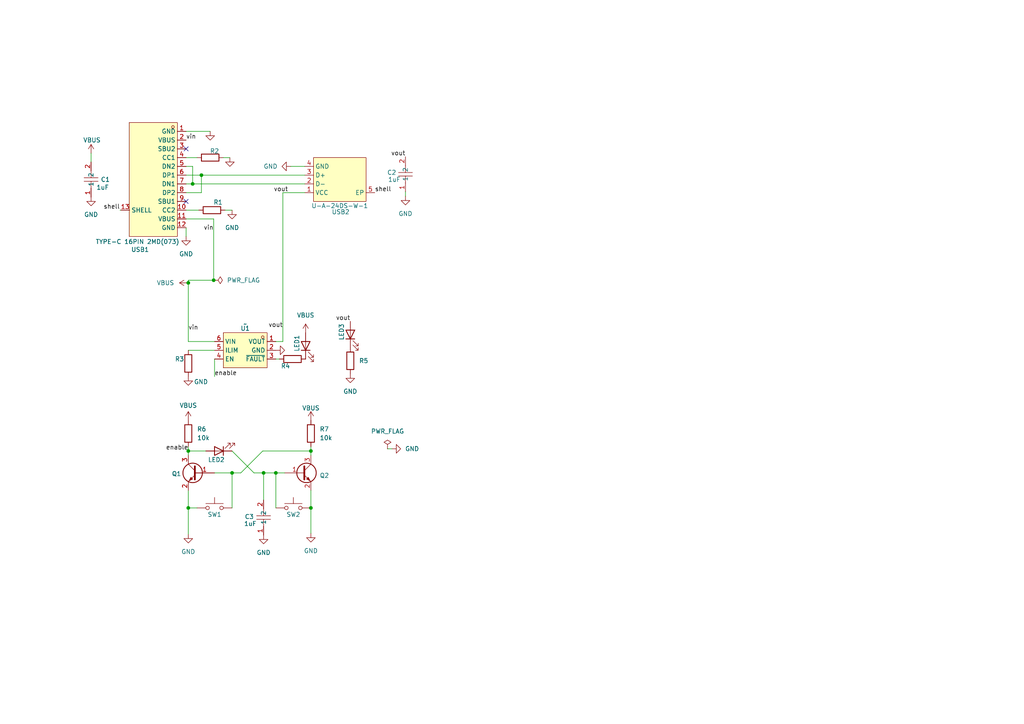
<source format=kicad_sch>
(kicad_sch (version 20230121) (generator eeschema)
  (paper "A4")
  (lib_symbols
    (symbol "0syeda2kicad:c22u25V"
      (property "Reference" "C" (at 0 5.08 0))
      (property "Value" "22uF 25V" (at 0 -5.08 0))
      (symbol "c22u25V_0_1"
        (polyline (pts (xy -0.51 -2.03) (xy -0.51 2.03)))
        (polyline (pts (xy -0.51 0) (xy -2.54 0)))
        (polyline (pts (xy 0.51 2.03) (xy 0.51 -2.03)))
        (polyline (pts (xy 2.54 0) (xy 0.51 0)))
        (pin unspecified line (at -5.08 0 0) (length 2.54) (name "1") (number "1"))
        (pin unspecified line (at 5.08 0 180) (length 2.54) (name "2") (number "2"))
      )
    )
    (symbol "Device:LED" (pin_numbers hide) (pin_names (offset 1.016) hide)
      (property "Reference" "D" (at 0 2.54 0))
      (property "Value" "LED" (at 0 -2.54 0))
      (symbol "LED_0_1"
        (polyline (pts (xy -1.27 -1.27) (xy -1.27 1.27)) (stroke (width 0.254)))
        (polyline (pts (xy -1.27 0) (xy 1.27 0)))
        (polyline (pts (xy 1.27 -1.27) (xy 1.27 1.27) (xy -1.27 0) (xy 1.27 -1.27)) (stroke (width 0.254)))
        (polyline (pts (xy -3.048 -0.762) (xy -4.572 -2.286) (xy -3.81 -2.286) (xy -4.572 -2.286) (xy -4.572 -1.524)))
        (polyline (pts (xy -1.778 -0.762) (xy -3.302 -2.286) (xy -2.54 -2.286) (xy -3.302 -2.286) (xy -3.302 -1.524)))
      )
      (symbol "LED_1_1"
        (pin passive line (at -3.81 0 0) (length 2.54) (name "K") (number "1"))
        (pin passive line (at 3.81 0 180) (length 2.54) (name "A") (number "2"))
      )
    )
    (symbol "Device:R" (pin_numbers hide) (pin_names (offset 0))
      (property "Reference" "R" (at 2.032 0 90))
      (property "Value" "R" (at 0 0 90))
      (symbol "R_0_1"
        (rectangle (start -1.016 -2.54) (end 1.016 2.54) (stroke (width 0.254)))
      )
      (symbol "R_1_1"
        (pin passive line (at 0 3.81 270) (length 1.27) (name "~") (number "1"))
        (pin passive line (at 0 -3.81 90) (length 1.27) (name "~") (number "2"))
      )
    )
    (symbol "Switch:SW_Push" (pin_numbers hide) (pin_names (offset 1.016) hide)
      (property "Reference" "SW" (at 1.27 2.54 0))
      (property "Value" "SW_Push" (at 0 -1.524 0))
      (symbol "SW_Push_0_1"
        (circle (center -2.032 0) (radius 0.508))
        (polyline (pts (xy 0 1.27) (xy 0 3.048)))
        (polyline (pts (xy 2.54 1.27) (xy -2.54 1.27)))
        (circle (center 2.032 0) (radius 0.508))
        (pin passive line (at -5.08 0 0) (length 2.54) (name "1") (number "1"))
        (pin passive line (at 5.08 0 180) (length 2.54) (name "2") (number "2"))
      )
    )
    (symbol "Transistor_BJT:MMBT3904" (pin_names (offset 0) hide)
      (property "Reference" "Q" (at 5.08 1.905 0))
      (property "Value" "MMBT3904" (at 5.08 0 0))
      (symbol "MMBT3904_0_1"
        (polyline (pts (xy 0.635 0.635) (xy 2.54 2.54)))
        (polyline (pts (xy 0.635 -0.635) (xy 2.54 -2.54) (xy 2.54 -2.54)))
        (polyline (pts (xy 0.635 1.905) (xy 0.635 -1.905) (xy 0.635 -1.905)) (stroke (width 0.508)))
        (polyline (pts (xy 1.27 -1.778) (xy 1.778 -1.27) (xy 2.286 -2.286) (xy 1.27 -1.778) (xy 1.27 -1.778)) (fill (type outline)))
        (circle (center 1.27 0) (radius 2.8194) (stroke (width 0.254)))
      )
      (symbol "MMBT3904_1_1"
        (pin input line (at -5.08 0 0) (length 5.715) (name "B") (number "1"))
        (pin passive line (at 2.54 -5.08 90) (length 2.54) (name "E") (number "2"))
        (pin passive line (at 2.54 5.08 270) (length 2.54) (name "C") (number "3"))
      )
    )
    (symbol "ic:U-A-24DS-W-1"
      (property "Reference" "USB" (at 0 7.62 0))
      (property "Value" "U-A-24DS-W-1" (at 0 -10.16 0))
      (symbol "U-A-24DS-W-1_0_1"
        (rectangle (start -7.62 5.08) (end 7.62 -7.62) (fill (type background)))
        (pin input line (at 10.16 2.54 180) (length 2.54) (name "VCC") (number "1"))
        (pin input line (at 10.16 0 180) (length 2.54) (name "D-") (number "2"))
        (pin input line (at 10.16 -2.54 180) (length 2.54) (name "D+") (number "3"))
        (pin input line (at 10.16 -5.08 180) (length 2.54) (name "GND") (number "4"))
        (pin unspecified line (at -10.16 2.54 0) (length 2.54) (name "EP") (number "5"))
      )
    )
    (symbol "ic:loadswitch"
      (property "Reference" "U" (at 0 7.62 0))
      (property "Value" "loadswitch" (at 0 -7.62 0))
      (symbol "loadswitch_0_1"
        (rectangle (start -6.35 5.08) (end 6.35 -5.08) (fill (type background)))
        (circle (center -5.08 3.81) (radius 0.38))
        (pin unspecified line (at -8.89 0 0) (length 2.54) (name "GND") (number "2"))
        (pin unspecified line (at 8.89 -2.54 180) (length 2.54) (name "EN") (number "4"))
      )
      (symbol "loadswitch_1_1"
        (pin unspecified line (at -8.89 2.54 0) (length 2.54) (name "VOUT") (number "1"))
        (pin unspecified line (at -8.89 -2.54 0) (length 2.54) (name "~{FAULT}") (number "3"))
        (pin unspecified line (at 8.89 0 180) (length 2.54) (name "ILIM") (number "5"))
        (pin unspecified line (at 8.89 2.54 180) (length 2.54) (name "VIN") (number "6"))
      )
    )
    (symbol "ic:usb-C16"
      (property "Reference" "USB" (at 0 19.05 0))
      (property "Value" "TYPE-C 16PIN 2MD(073)" (at 0 -19.05 0))
      (symbol "usb-C16_0_1"
        (rectangle (start -8.89 16.51) (end 5.08 -16.51) (fill (type background)))
        (circle (center -7.62 15.24) (radius 0.38))
        (pin unspecified line (at -11.43 13.97 0) (length 2.54) (name "GND") (number "1"))
        (pin unspecified line (at -11.43 -8.89 0) (length 2.54) (name "CC2") (number "10"))
        (pin unspecified line (at -11.43 -11.43 0) (length 2.54) (name "VBUS") (number "11"))
        (pin unspecified line (at -11.43 -13.97 0) (length 2.54) (name "GND") (number "12"))
        (pin unspecified line (at -11.43 11.43 0) (length 2.54) (name "VBUS") (number "2"))
        (pin unspecified line (at -11.43 8.89 0) (length 2.54) (name "SBU2") (number "3"))
        (pin unspecified line (at -11.43 6.35 0) (length 2.54) (name "CC1") (number "4"))
        (pin unspecified line (at -11.43 3.81 0) (length 2.54) (name "DN2") (number "5"))
        (pin unspecified line (at -11.43 1.27 0) (length 2.54) (name "DP1") (number "6"))
        (pin unspecified line (at -11.43 -1.27 0) (length 2.54) (name "DN1") (number "7"))
        (pin unspecified line (at -11.43 -3.81 0) (length 2.54) (name "DP2") (number "8"))
        (pin unspecified line (at -11.43 -6.35 0) (length 2.54) (name "SBU1") (number "9"))
      )
      (symbol "usb-C16_1_1"
        (pin unspecified line (at 7.493 -8.89 180) (length 2.54) (name "SHELL") (number "13"))
      )
    )
    (symbol "power:GND" (power) (pin_names (offset 0))
      (property "Value" "GND" (at 0 -3.81 0))
      (symbol "GND_0_1"
        (polyline (pts (xy 0 0) (xy 0 -1.27) (xy 1.27 -1.27) (xy 0 -2.54) (xy -1.27 -1.27) (xy 0 -1.27)))
      )
      (symbol "GND_1_1"
        (pin power_in line (at 0 0 270) (length 0) hide (name "GND") (number "1"))
      )
    )
    (symbol "power:PWR_FLAG" (power) (pin_numbers hide) (pin_names (offset 0) hide)
      (property "Value" "PWR_FLAG" (at 0 3.81 0))
      (symbol "PWR_FLAG_0_0"
        (pin power_out line (at 0 0 90) (length 0) (name "pwr") (number "1"))
      )
      (symbol "PWR_FLAG_0_1"
        (polyline (pts (xy 0 0) (xy 0 1.27) (xy -1.016 1.905) (xy 0 2.54) (xy 1.016 1.905) (xy 0 1.27)))
      )
    )
    (symbol "power:VBUS" (power) (pin_names (offset 0))
      (property "Value" "VBUS" (at 0 3.81 0))
      (symbol "VBUS_0_1"
        (polyline (pts (xy -0.762 1.27) (xy 0 2.54)))
        (polyline (pts (xy 0 0) (xy 0 2.54)))
        (polyline (pts (xy 0 2.54) (xy 0.762 1.27)))
      )
      (symbol "VBUS_1_1"
        (pin power_in line (at 0 0 90) (length 0) hide (name "VBUS") (number "1"))
      )
    )
  )
  (junction (at 61.976 81.28))
  (junction (at 67.31 137.16))
  (junction (at 76.454 137.16))
  (junction (at 80.01 137.16))
  (junction (at 58.42 50.8))
  (junction (at 55.88 53.34))
  (junction (at 54.61 82.042))
  (junction (at 90.17 147.32))
  (junction (at 90.17 130.81))
  (junction (at 54.61 130.81))
  (junction (at 54.61 147.32))
  (no_connect (at 53.975 58.42))
  (no_connect (at 53.975 43.18))
  (wire (pts (xy 80.01 137.16) (xy 80.01 147.32)))
  (wire (pts (xy 60.96 38.1) (xy 53.975 38.1)))
  (wire (pts (xy 53.975 63.5) (xy 61.976 63.5)))
  (wire (pts (xy 54.61 130.81) (xy 54.61 132.08)))
  (wire (pts (xy 65.278 60.96) (xy 67.31 60.96)))
  (wire (pts (xy 58.42 50.8) (xy 58.42 55.88)))
  (wire (pts (xy 76.2 130.81) (xy 90.17 130.81)))
  (wire (pts (xy 84.328 48.26) (xy 88.392 48.26)))
  (wire (pts (xy 55.88 53.34) (xy 88.392 53.34)))
  (wire (pts (xy 66.675 45.72) (xy 64.77 45.72)))
  (wire (pts (xy 67.31 137.16) (xy 69.85 137.16)))
  (wire (pts (xy 53.975 55.88) (xy 58.42 55.88)))
  (wire (pts (xy 26.416 44.45) (xy 26.416 46.99)))
  (wire (pts (xy 58.42 50.8) (xy 88.392 50.8)))
  (wire (pts (xy 76.454 137.16) (xy 80.01 137.16)))
  (wire (pts (xy 61.976 63.5) (xy 61.976 81.28)))
  (wire (pts (xy 81.026 104.14) (xy 80.01 104.14)))
  (wire (pts (xy 90.17 142.24) (xy 90.17 147.32)))
  (wire (pts (xy 67.31 137.16) (xy 67.31 147.32)))
  (wire (pts (xy 73.66 137.16) (xy 67.31 130.81)))
  (wire (pts (xy 54.61 129.54) (xy 54.61 130.81)))
  (wire (pts (xy 54.61 101.6) (xy 62.23 101.6)))
  (wire (pts (xy 117.602 55.626) (xy 117.602 56.896)))
  (wire (pts (xy 90.17 130.81) (xy 90.17 132.08)))
  (wire (pts (xy 53.975 53.34) (xy 55.88 53.34)))
  (wire (pts (xy 53.975 50.8) (xy 58.42 50.8)))
  (wire (pts (xy 82.042 55.88) (xy 82.042 99.06)))
  (wire (pts (xy 54.61 130.81) (xy 59.69 130.81)))
  (wire (pts (xy 80.01 137.16) (xy 82.55 137.16)))
  (wire (pts (xy 73.66 137.16) (xy 76.454 137.16)))
  (wire (pts (xy 57.15 45.72) (xy 53.975 45.72)))
  (wire (pts (xy 82.042 55.88) (xy 88.392 55.88)))
  (wire (pts (xy 53.975 48.26) (xy 55.88 48.26)))
  (wire (pts (xy 53.975 68.58) (xy 53.975 66.04)))
  (wire (pts (xy 62.23 137.16) (xy 67.31 137.16)))
  (wire (pts (xy 34.798 60.96) (xy 35.052 60.96)))
  (wire (pts (xy 80.01 99.06) (xy 82.042 99.06)))
  (wire (pts (xy 62.23 109.22) (xy 62.23 104.14)))
  (wire (pts (xy 55.88 48.26) (xy 55.88 53.34)))
  (wire (pts (xy 113.665 130.175) (xy 112.395 130.175)))
  (wire (pts (xy 54.61 147.32) (xy 54.61 154.94)))
  (wire (pts (xy 90.17 129.54) (xy 90.17 130.81)))
  (wire (pts (xy 54.61 99.06) (xy 62.23 99.06)))
  (wire (pts (xy 54.61 147.32) (xy 57.15 147.32)))
  (wire (pts (xy 54.61 81.28) (xy 61.976 81.28)))
  (wire (pts (xy 69.85 137.16) (xy 76.2 130.81)))
  (wire (pts (xy 57.658 60.96) (xy 53.975 60.96)))
  (wire (pts (xy 90.17 147.32) (xy 90.17 154.686)))
  (wire (pts (xy 54.61 82.042) (xy 54.61 99.06)))
  (wire (pts (xy 54.61 142.24) (xy 54.61 147.32)))
  (wire (pts (xy 76.454 137.16) (xy 76.454 145.034)))
  (wire (pts (xy 54.61 81.28) (xy 54.61 82.042)))
  (label "vin" (at 54.61 96.012 0))
  (label "vout" (at 101.6 93.218 180))
  (label "vout" (at 83.566 55.88 180))
  (label "vin" (at 61.976 67.056 180))
  (label "vout" (at 117.602 45.466 180))
  (label "vout" (at 82.042 95.25 180))
  (label "enable" (at 62.23 109.22 0))
  (label "vin" (at 53.975 40.64 0))
  (label "shell" (at 108.712 55.88 0))
  (label "enable" (at 54.61 130.81 180))
  (label "shell" (at 34.798 60.96 180))
  (symbol (lib_id "power:GND") (at 66.675 45.72 0) (unit 1)
    (property "Reference" "#PWR021" (effects hide))
    (property "Value" "GND" (effects hide))
  )
  (symbol (lib_id "Device:LED") (at 101.6 97.028 90) (unit 1)
    (property "Reference" "LED3" (at 99.06 96.266 0))
    (property "Value" "LED" (effects hide))
    (property "Footprint" "graph:LED_1206_3216Metric" (effects hide))
  )
  (symbol (lib_id "power:GND") (at 117.602 56.896 0) (unit 1)
    (property "Reference" "#PWR015" (effects hide))
    (property "Value" "GND" (at 117.602 61.976 0))
  )
  (symbol (lib_id "0syeda2kicad:c22u25V") (at 26.416 52.07 90) (unit 1)
    (property "Reference" "C1" (at 29.21 52.07 90) (effects (justify right)))
    (property "Value" "1uF" (at 27.94 54.356 90) (effects (justify right)))
    (property "Footprint" "Capacitor_SMD:C_0805_2012Metric" (effects hide))
    (property "Datasheet" "https://lcsc.com/product-detail/Multilayer-Ceramic-Capacitors-MLCC-SMD-SMT_SAMSUNG_CL21A226MAQNNNE_22uF-226-20-25V_C45783.html" (effects hide))
    (property "LCSC Part" "C45783" (effects hide))
  )
  (symbol (lib_id "Device:R") (at 90.17 125.73 180) (unit 1)
    (property "Reference" "R7" (at 92.71 124.46 0) (effects (justify right)))
    (property "Value" "10k" (at 92.71 127 0) (effects (justify right)))
    (property "Footprint" "Resistor_SMD:R_1206_3216Metric" (effects hide))
  )
  (symbol (lib_id "Device:LED") (at 88.646 100.33 90) (unit 1)
    (property "Reference" "LED1" (at 86.106 99.568 0))
    (property "Value" "LED" (effects hide))
    (property "Footprint" "graph:LED_1206_3216Metric" (effects hide))
  )
  (symbol (lib_id "power:GND") (at 76.454 155.194 0) (unit 1)
    (property "Reference" "#PWR08" (effects hide))
    (property "Value" "GND" (at 76.454 160.274 0))
  )
  (symbol (lib_id "power:PWR_FLAG") (at 61.976 81.28 270) (unit 1)
    (property "Reference" "#FLG02" (effects hide))
    (property "Value" "PWR_FLAG" (at 65.786 81.28 90) (effects (justify left)))
  )
  (symbol (lib_id "power:GND") (at 90.17 154.686 0) (unit 1)
    (property "Reference" "#PWR017" (effects hide))
    (property "Value" "GND" (at 90.17 159.766 0))
  )
  (symbol (lib_id "Transistor_BJT:MMBT3904") (at 57.15 137.16 0) (mirror y) (unit 1)
    (property "Reference" "Q1" (at 52.578 137.414 0) (effects (justify left)))
    (property "Value" "MMBT3904" (effects hide))
    (property "Footprint" "Package_TO_SOT_SMD:SOT-23" (effects hide))
    (property "Datasheet" "https://www.onsemi.com/pub/Collateral/2N3903-D.PDF" (effects hide))
  )
  (symbol (lib_id "Device:R") (at 84.836 104.14 270) (unit 1)
    (property "Reference" "R4" (at 82.804 106.172 90))
    (property "Value" "5k" (effects hide))
    (property "Footprint" "Resistor_SMD:R_0402_1005Metric" (effects hide))
  )
  (symbol (lib_id "Device:R") (at 54.61 125.73 180) (unit 1)
    (property "Reference" "R6" (at 57.15 124.46 0) (effects (justify right)))
    (property "Value" "10k" (at 57.15 127 0) (effects (justify right)))
    (property "Footprint" "Resistor_SMD:R_0402_1005Metric" (effects hide))
  )
  (symbol (lib_id "power:GND") (at 54.61 154.94 0) (unit 1)
    (property "Reference" "#PWR07" (effects hide))
    (property "Value" "GND" (at 54.61 160.02 0))
  )
  (symbol (lib_id "power:GND") (at 84.328 48.26 270) (unit 1)
    (property "Reference" "#PWR02" (effects hide))
    (property "Value" "GND" (at 80.518 48.26 90) (effects (justify right)))
  )
  (symbol (lib_id "power:VBUS") (at 54.61 121.92 0) (unit 1)
    (property "Reference" "#PWR012" (effects hide))
    (property "Value" "VBUS" (at 54.61 117.602 0))
  )
  (symbol (lib_id "power:GND") (at 67.31 60.96 0) (unit 1)
    (property "Reference" "#PWR04" (effects hide))
    (property "Value" "GND" (at 67.31 66.04 0))
  )
  (symbol (lib_id "power:GND") (at 60.96 38.1 0) (unit 1)
    (property "Reference" "#PWR020" (effects hide))
    (property "Value" "GND" (effects hide))
  )
  (symbol (lib_id "power:VBUS") (at 88.646 96.52 0) (unit 1)
    (property "Reference" "#PWR011" (effects hide))
    (property "Value" "VBUS" (at 88.646 91.44 0))
  )
  (symbol (lib_id "Device:R") (at 61.468 60.96 270) (unit 1)
    (property "Reference" "R1" (at 63.246 58.674 90))
    (property "Value" "5.1k" (effects hide))
    (property "Footprint" "Resistor_SMD:R_0402_1005Metric" (effects hide))
  )
  (symbol (lib_id "power:GND") (at 54.61 109.22 0) (unit 1)
    (property "Reference" "#PWR018" (effects hide))
    (property "Value" "GND" (at 58.293 110.744 0))
  )
  (symbol (lib_id "Switch:SW_Push") (at 62.23 147.32 0) (unit 1)
    (property "Reference" "SW1" (at 62.23 149.225 0))
    (property "Value" "SW_Push" (effects hide))
    (property "Footprint" "Button_Switch_SMD:SW_SPST_TL3342" (effects hide))
  )
  (symbol (lib_id "Device:LED") (at 63.5 130.81 180) (unit 1)
    (property "Reference" "LED2" (at 62.738 133.35 0))
    (property "Value" "LED" (effects hide))
    (property "Footprint" "graph:LED_1206_3216Metric" (effects hide))
  )
  (symbol (lib_id "power:VBUS") (at 90.17 121.92 0) (unit 1)
    (property "Reference" "#PWR09" (effects hide))
    (property "Value" "VBUS" (at 90.17 118.364 0))
  )
  (symbol (lib_id "power:GND") (at 26.416 57.15 0) (unit 1)
    (property "Reference" "#PWR013" (effects hide))
    (property "Value" "GND" (at 26.416 62.23 0))
  )
  (symbol (lib_id "Device:R") (at 54.61 105.41 0) (unit 1)
    (property "Reference" "R3" (at 52.07 104.14 0))
    (property "Value" "150k" (effects hide))
    (property "Footprint" "Resistor_SMD:R_1206_3216Metric" (effects hide))
  )
  (symbol (lib_id "0syeda2kicad:c22u25V") (at 117.602 50.546 90) (unit 1)
    (property "Reference" "C2" (at 112.268 50.038 90) (effects (justify right)))
    (property "Value" "1uF" (at 112.522 52.07 90) (effects (justify right)))
    (property "Footprint" "Capacitor_SMD:C_0805_2012Metric" (effects hide))
    (property "Datasheet" "https://lcsc.com/product-detail/Multilayer-Ceramic-Capacitors-MLCC-SMD-SMT_SAMSUNG_CL21A226MAQNNNE_22uF-226-20-25V_C45783.html" (effects hide))
    (property "LCSC Part" "C45783" (effects hide))
  )
  (symbol (lib_id "Transistor_BJT:MMBT3904") (at 87.63 137.16 0) (unit 1)
    (property "Reference" "Q2" (at 92.71 137.922 0) (effects (justify left)))
    (property "Value" "MMBT3904" (effects hide))
    (property "Footprint" "Package_TO_SOT_SMD:SOT-23" (effects hide))
    (property "Datasheet" "https://www.onsemi.com/pub/Collateral/2N3903-D.PDF" (effects hide))
  )
  (symbol (lib_id "Device:R") (at 60.96 45.72 270) (unit 1)
    (property "Reference" "R2" (at 62.23 43.815 90))
    (property "Value" "5.1k" (effects hide))
    (property "Footprint" "Resistor_SMD:R_0402_1005Metric" (effects hide))
  )
  (symbol (lib_id "ic:loadswitch") (at 71.12 101.6 0) (mirror y) (unit 1)
    (property "Reference" "U1" (at 71.12 95.25 0))
    (property "Value" "~" (at 71.12 93.98 0))
    (property "Footprint" "Package_TO_SOT_SMD:SOT-23-6" (effects hide))
  )
  (symbol (lib_id "power:VBUS") (at 54.61 82.042 90) (unit 1)
    (property "Reference" "#PWR03" (effects hide))
    (property "Value" "VBUS" (at 50.546 82.042 90) (effects (justify left)))
  )
  (symbol (lib_id "0syeda2kicad:c22u25V") (at 76.454 150.114 270) (mirror x) (unit 1)
    (property "Reference" "C3" (at 73.66 149.86 90) (effects (justify right)))
    (property "Value" "1uF" (at 74.422 151.892 90) (effects (justify right)))
    (property "Footprint" "Capacitor_SMD:C_0805_2012Metric" (effects hide))
    (property "Datasheet" "https://lcsc.com/product-detail/Multilayer-Ceramic-Capacitors-MLCC-SMD-SMT_SAMSUNG_CL21A226MAQNNNE_22uF-226-20-25V_C45783.html" (effects hide))
    (property "LCSC Part" "C45783" (effects hide))
  )
  (symbol (lib_id "Switch:SW_Push") (at 85.09 147.32 0) (unit 1)
    (property "Reference" "SW2" (at 85.09 149.225 0))
    (property "Value" "SW_Push" (effects hide))
    (property "Footprint" "Button_Switch_SMD:SW_SPST_TL3342" (effects hide))
  )
  (symbol (lib_id "Device:R") (at 101.6 104.648 180) (unit 1)
    (property "Reference" "R5" (at 104.14 104.648 0) (effects (justify right)))
    (property "Value" "R" (effects hide))
    (property "Footprint" "Resistor_SMD:R_0402_1005Metric" (effects hide))
  )
  (symbol (lib_id "ic:U-A-24DS-W-1") (at 98.552 53.34 180) (unit 1)
    (property "Reference" "USB2" (at 98.806 61.468 0))
    (property "Value" "U-A-24DS-W-1" (at 98.552 59.69 0))
    (property "Footprint" "graph:USB-A" (effects hide))
    (property "Datasheet" "https://lcsc.com/product-detail/USB-Connectors_Korean-Hroparts-Elec-U-A-24DS-W-1_C530628.html" (effects hide))
    (property "LCSC Part" "C530628" (effects hide))
  )
  (symbol (lib_id "power:PWR_FLAG") (at 112.395 130.175 0) (unit 1)
    (property "Reference" "#FLG01" (effects hide))
    (property "Value" "PWR_FLAG" (at 112.395 125.095 0))
  )
  (symbol (lib_id "power:GND") (at 101.6 108.458 0) (unit 1)
    (property "Reference" "#PWR014" (effects hide))
    (property "Value" "GND" (at 101.6 113.538 0))
  )
  (symbol (lib_id "ic:usb-C16") (at 42.545 52.07 0) (mirror y) (unit 1)
    (property "Reference" "USB1" (at 40.64 72.39 0))
    (property "Value" "TYPE-C 16PIN 2MD(073)" (at 39.878 70.104 0))
    (property "Footprint" "graph:USB-C-SMD_TYPE-C-6PIN-2MD-073" (effects hide))
    (property "LCSC Part" "C2765186" (effects hide))
  )
  (symbol (lib_id "power:GND") (at 80.01 101.6 90) (unit 1)
    (property "Reference" "#PWR01" (effects hide))
    (property "Value" "GND" (effects hide))
  )
  (symbol (lib_id "power:GND") (at 53.975 68.58 0) (unit 1)
    (property "Reference" "#PWR019" (effects hide))
    (property "Value" "GND" (at 53.975 73.66 0))
  )
  (symbol (lib_id "power:VBUS") (at 26.416 44.45 0) (unit 1)
    (property "Reference" "#PWR05" (effects hide))
    (property "Value" "VBUS" (at 26.67 40.64 0))
  )
  (symbol (lib_id "power:GND") (at 113.665 130.175 90) (unit 1)
    (property "Reference" "#PWR06" (effects hide))
    (property "Value" "GND" (at 117.475 130.175 90) (effects (justify right)))
  )
)
</source>
